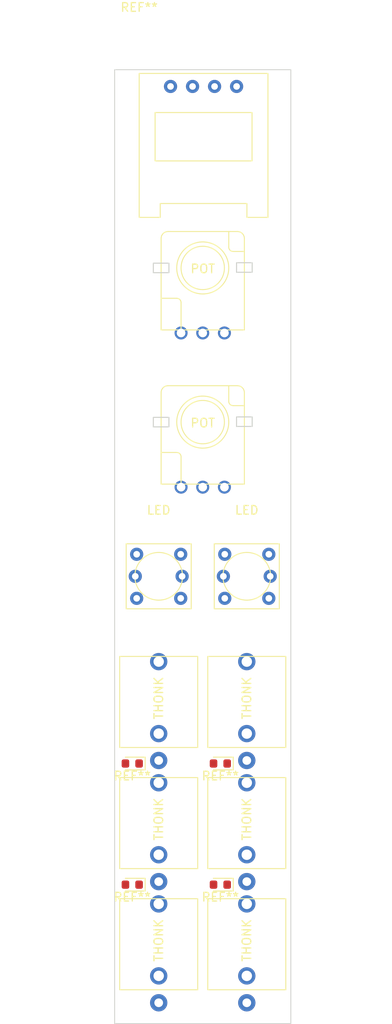
<source format=kicad_pcb>
(kicad_pcb (version 20221018) (generator pcbnew)
  (layers (0 "F.Cu" signal) (31 "B.Cu" signal) (34 "B.Paste" user) (35 "F.Paste" user) (36 "B.SilkS" user "B.Silkscreen") (37 "F.SilkS" user "F.Silkscreen") (38 "B.Mask" user) (39 "F.Mask" user) (44 "Edge.Cuts" user))
  (net 0 "")
  (footprint "LED_SMD:LED_0603_1608Metric" (layer "F.Cu") (at 12.192 93.98 180)
    (fp_text reference "REF**" (at 0 -1.43) (layer "F.SilkS"))
    (fp_text value "LED_0603_1608Metric")
    (fp_line (start -1.485 -0.735) (end -1.485 0.735) (stroke (width 0.12)) (layer "F.SilkS"))
    (fp_line (start -1.485 0.735) (end 0.8 0.735) (stroke (width 0.12)) (layer "F.SilkS"))
    (fp_line (start 0.8 -0.735) (end -1.485 -0.735) (stroke (width 0.12)) (layer "F.SilkS"))
    (pad "1" smd roundrect (at -0.7875 0 180) (size 0.875 0.95) (layers "F.Cu" "F.Paste" "F.Mask"))
    (pad "2" smd roundrect (at 0.7875 0 180) (size 0.875 0.95) (layers "F.Cu" "F.Paste" "F.Mask"))
  )
  (footprint "Eurorack:Thonkiconn Mono Jack" (layer "F.Cu") (at 15.24 87.63 90)
    (fp_text reference "THONK" (at 1.2 0 90 unlocked) (layer "F.SilkS"))
    (fp_text value "Thonkiconn Mono Jack")
    (fp_rect (start -4.5 4.5) (end 6 -4.5) (stroke (width 0.12)) (fill none) (layer "F.SilkS"))
    (pad "1" thru_hole circle (at -6 0 90) (size 2 2) (drill 1) (layers "*.Cu" "*.Mask"))
    (pad "2" thru_hole circle (at -2.9 0 90) (size 2 2) (drill 1.2) (layers "*.Cu" "*.Mask"))
    (pad "3" thru_hole circle (at 5.4 0 90) (size 2 2) (drill 1.2) (layers "*.Cu" "*.Mask"))
  )
  (footprint "Eurorack:Potentiometer 9mm Vertical Linear Centred" (layer "F.Cu") (at 10.16 40.64)
    (fp_text reference "POT" (at 0 0.1 unlocked) (layer "F.SilkS"))
    (fp_text value "Potentiometer 9mm Vertical Linear")
    (fp_line (start -4.8 7.15) (end -4.8 -3.4) (stroke (width 0.12)) (layer "F.SilkS"))
    (fp_line (start -3 3.5) (end -4.8 3.5) (stroke (width 0.12)) (layer "F.SilkS"))
    (fp_line (start -2.5 7.2) (end -2.5 4) (stroke (width 0.12)) (layer "F.SilkS"))
    (fp_line (start 3 -4.2) (end 3 -2.4) (stroke (width 0.12)) (layer "F.SilkS"))
    (fp_line (start 3.5 -1.9) (end 4.8 -1.9) (stroke (width 0.12)) (layer "F.SilkS"))
    (fp_line (start 4 -4.2) (end -4 -4.2) (stroke (width 0.12)) (layer "F.SilkS"))
    (fp_line (start 4.8 -3.4) (end 4.8 7.15) (stroke (width 0.12)) (layer "F.SilkS"))
    (fp_line (start 4.8 7.15) (end -4.8 7.15) (stroke (width 0.12)) (layer "F.SilkS"))
    (fp_arc (start -4.8 -3.4) (mid -4.565685 -3.965685) (end -4 -4.2) (stroke (width 0.12)) (layer "F.SilkS"))
    (fp_arc (start -3 3.5) (mid -2.646447 3.646447) (end -2.5 4) (stroke (width 0.12)) (layer "F.SilkS"))
    (fp_arc (start 3.5 -1.9) (mid 3.146447 -2.046447) (end 3 -2.4) (stroke (width 0.12)) (layer "F.SilkS"))
    (fp_arc (start 4 -4.2) (mid 4.565685 -3.965685) (end 4.8 -3.4) (stroke (width 0.12)) (layer "F.SilkS"))
    (fp_circle (center 0 0) (end 2.5 0) (stroke (width 0.12)) (fill none) (layer "F.SilkS"))
    (fp_circle (center 0 0) (end 3 0) (stroke (width 0.12)) (fill none) (layer "F.SilkS"))
    (fp_rect (start -5.7 0.55) (end -3.9 -0.55) (stroke (width 0.12)) (fill none) (layer "Edge.Cuts"))
    (fp_rect (start 3.9 0.5) (end 5.7 -0.6) (stroke (width 0.12)) (fill none) (layer "Edge.Cuts"))
    (pad "1" thru_hole circle (at -2.5 7.5) (size 1.5 1.5) (drill 1) (layers "*.Cu" "*.Mask"))
    (pad "2" thru_hole circle (at 0 7.5) (size 1.5 1.5) (drill 1) (layers "*.Cu" "*.Mask"))
    (pad "3" thru_hole circle (at 2.5 7.5) (size 1.5 1.5) (drill 1) (layers "*.Cu" "*.Mask"))
  )
  (footprint "Eurorack:Thonkiconn Mono Jack" (layer "F.Cu") (at 5.08 87.63 90)
    (fp_text reference "THONK" (at 1.2 0 90 unlocked) (layer "F.SilkS"))
    (fp_text value "Thonkiconn Mono Jack")
    (fp_rect (start -4.5 4.5) (end 6 -4.5) (stroke (width 0.12)) (fill none) (layer "F.SilkS"))
    (pad "1" thru_hole circle (at -6 0 90) (size 2 2) (drill 1) (layers "*.Cu" "*.Mask"))
    (pad "2" thru_hole circle (at -2.9 0 90) (size 2 2) (drill 1.2) (layers "*.Cu" "*.Mask"))
    (pad "3" thru_hole circle (at 5.4 0 90) (size 2 2) (drill 1.2) (layers "*.Cu" "*.Mask"))
  )
  (footprint "LED_SMD:LED_0603_1608Metric" (layer "F.Cu") (at 2.032 93.98 180)
    (fp_text reference "REF**" (at 0 -1.43) (layer "F.SilkS"))
    (fp_text value "LED_0603_1608Metric")
    (fp_line (start -1.485 -0.735) (end -1.485 0.735) (stroke (width 0.12)) (layer "F.SilkS"))
    (fp_line (start -1.485 0.735) (end 0.8 0.735) (stroke (width 0.12)) (layer "F.SilkS"))
    (fp_line (start 0.8 -0.735) (end -1.485 -0.735) (stroke (width 0.12)) (layer "F.SilkS"))
    (pad "1" smd roundrect (at -0.7875 0 180) (size 0.875 0.95) (layers "F.Cu" "F.Paste" "F.Mask"))
    (pad "2" smd roundrect (at 0.7875 0 180) (size 0.875 0.95) (layers "F.Cu" "F.Paste" "F.Mask"))
  )
  (footprint "Eurorack:MDOB064032AV-WI SSD1306 64x32 OLED" (layer "F.Cu") (at 2.83 0.431)
    (fp_text reference "REF**" (at 0 -7.62 unlocked) (layer "F.SilkS"))
    (fp_text value "MDOB064032AV-WI SSD1306 64x32 OLED")
    (fp_rect (start 1.835 4.51) (end 13.015 10.09) (stroke (width 0.12)) (fill none) (layer "F.SilkS"))
    (fp_poly (pts (xy 0 0) (xy 14.85 0) (xy 14.85 16.6) (xy 12.425 16.6) (xy 12.425 15) (xy 2.425 15) (xy 2.425 16.6) (xy 0 16.6)) (stroke (width 0.12)) (fill none) (layer "F.SilkS"))
    (pad "1" thru_hole circle (at 3.615 1.5) (size 1.524 1.524) (drill 0.762) (layers "*.Cu" "*.Mask"))
    (pad "2" thru_hole circle (at 6.155 1.5) (size 1.524 1.524) (drill 0.762) (layers "*.Cu" "*.Mask"))
    (pad "3" thru_hole circle (at 8.695 1.5) (size 1.524 1.524) (drill 0.762) (layers "*.Cu" "*.Mask"))
    (pad "4" thru_hole circle (at 11.235 1.5) (size 1.524 1.524) (drill 0.762) (layers "*.Cu" "*.Mask"))
  )
  (footprint "Eurorack:PB01-109TL low Profile Illuminated Button" (layer "F.Cu") (at 5.08 58.42)
    (fp_text reference "LED" (at 0 -7.62 unlocked) (layer "F.SilkS"))
    (fp_text value "PB01-109TL low Profile Illuminated Button")
    (fp_rect (start -3.75 -3.75) (end 3.75 3.75) (stroke (width 0.12)) (fill none) (layer "F.SilkS"))
    (fp_circle (center 0 0) (end 2.75 0) (stroke (width 0.12)) (fill none) (layer "F.SilkS"))
    (pad "1" thru_hole circle (at -2.54 -2.54) (size 1.524 1.524) (drill 0.762) (layers "*.Cu" "*.Mask"))
    (pad "2" thru_hole circle (at -2.54 2.54) (size 1.524 1.524) (drill 0.762) (layers "*.Cu" "*.Mask"))
    (pad "3" thru_hole circle (at 2.54 -2.54) (size 1.524 1.524) (drill 0.762) (layers "*.Cu" "*.Mask"))
    (pad "4" thru_hole circle (at 2.54 2.54) (size 1.524 1.524) (drill 0.762) (layers "*.Cu" "*.Mask"))
    (pad "L1" thru_hole circle (at -2.7 0) (size 1.524 1.524) (drill 0.762) (layers "*.Cu" "*.Mask"))
    (pad "L2" thru_hole circle (at 2.7 0) (size 1.524 1.524) (drill 0.762) (layers "*.Cu" "*.Mask"))
  )
  (footprint "Eurorack:PB01-109TL low Profile Illuminated Button" (layer "F.Cu") (at 15.24 58.42)
    (fp_text reference "LED" (at 0 -7.62 unlocked) (layer "F.SilkS"))
    (fp_text value "PB01-109TL low Profile Illuminated Button")
    (fp_rect (start -3.75 -3.75) (end 3.75 3.75) (stroke (width 0.12)) (fill none) (layer "F.SilkS"))
    (fp_circle (center 0 0) (end 2.75 0) (stroke (width 0.12)) (fill none) (layer "F.SilkS"))
    (pad "1" thru_hole circle (at -2.54 -2.54) (size 1.524 1.524) (drill 0.762) (layers "*.Cu" "*.Mask"))
    (pad "2" thru_hole circle (at -2.54 2.54) (size 1.524 1.524) (drill 0.762) (layers "*.Cu" "*.Mask"))
    (pad "3" thru_hole circle (at 2.54 -2.54) (size 1.524 1.524) (drill 0.762) (layers "*.Cu" "*.Mask"))
    (pad "4" thru_hole circle (at 2.54 2.54) (size 1.524 1.524) (drill 0.762) (layers "*.Cu" "*.Mask"))
    (pad "L1" thru_hole circle (at -2.7 0) (size 1.524 1.524) (drill 0.762) (layers "*.Cu" "*.Mask"))
    (pad "L2" thru_hole circle (at 2.7 0) (size 1.524 1.524) (drill 0.762) (layers "*.Cu" "*.Mask"))
  )
  (footprint "Eurorack:Thonkiconn Mono Jack" (layer "F.Cu") (at 15.24 101.6 90)
    (fp_text reference "THONK" (at 1.2 0 90 unlocked) (layer "F.SilkS"))
    (fp_text value "Thonkiconn Mono Jack")
    (fp_rect (start -4.5 4.5) (end 6 -4.5) (stroke (width 0.12)) (fill none) (layer "F.SilkS"))
    (pad "1" thru_hole circle (at -6 0 90) (size 2 2) (drill 1) (layers "*.Cu" "*.Mask"))
    (pad "2" thru_hole circle (at -2.9 0 90) (size 2 2) (drill 1.2) (layers "*.Cu" "*.Mask"))
    (pad "3" thru_hole circle (at 5.4 0 90) (size 2 2) (drill 1.2) (layers "*.Cu" "*.Mask"))
  )
  (footprint "LED_SMD:LED_0603_1608Metric" (layer "F.Cu") (at 12.192 80.01 180)
    (fp_text reference "REF**" (at 0 -1.43) (layer "F.SilkS"))
    (fp_text value "LED_0603_1608Metric")
    (fp_line (start -1.485 -0.735) (end -1.485 0.735) (stroke (width 0.12)) (layer "F.SilkS"))
    (fp_line (start -1.485 0.735) (end 0.8 0.735) (stroke (width 0.12)) (layer "F.SilkS"))
    (fp_line (start 0.8 -0.735) (end -1.485 -0.735) (stroke (width 0.12)) (layer "F.SilkS"))
    (pad "1" smd roundrect (at -0.7875 0 180) (size 0.875 0.95) (layers "F.Cu" "F.Paste" "F.Mask"))
    (pad "2" smd roundrect (at 0.7875 0 180) (size 0.875 0.95) (layers "F.Cu" "F.Paste" "F.Mask"))
  )
  (footprint "LED_SMD:LED_0603_1608Metric" (layer "F.Cu") (at 2.032 80.01 180)
    (fp_text reference "REF**" (at 0 -1.43) (layer "F.SilkS"))
    (fp_text value "LED_0603_1608Metric")
    (fp_line (start -1.485 -0.735) (end -1.485 0.735) (stroke (width 0.12)) (layer "F.SilkS"))
    (fp_line (start -1.485 0.735) (end 0.8 0.735) (stroke (width 0.12)) (layer "F.SilkS"))
    (fp_line (start 0.8 -0.735) (end -1.485 -0.735) (stroke (width 0.12)) (layer "F.SilkS"))
    (pad "1" smd roundrect (at -0.7875 0 180) (size 0.875 0.95) (layers "F.Cu" "F.Paste" "F.Mask"))
    (pad "2" smd roundrect (at 0.7875 0 180) (size 0.875 0.95) (layers "F.Cu" "F.Paste" "F.Mask"))
  )
  (footprint "Eurorack:Thonkiconn Mono Jack" (layer "F.Cu") (at 5.08 101.6 90)
    (fp_text reference "THONK" (at 1.2 0 90 unlocked) (layer "F.SilkS"))
    (fp_text value "Thonkiconn Mono Jack")
    (fp_rect (start -4.5 4.5) (end 6 -4.5) (stroke (width 0.12)) (fill none) (layer "F.SilkS"))
    (pad "1" thru_hole circle (at -6 0 90) (size 2 2) (drill 1) (layers "*.Cu" "*.Mask"))
    (pad "2" thru_hole circle (at -2.9 0 90) (size 2 2) (drill 1.2) (layers "*.Cu" "*.Mask"))
    (pad "3" thru_hole circle (at 5.4 0 90) (size 2 2) (drill 1.2) (layers "*.Cu" "*.Mask"))
  )
  (footprint "Eurorack:Potentiometer 9mm Vertical Linear Centred" (layer "F.Cu") (at 10.16 22.86)
    (fp_text reference "POT" (at 0 0.1 unlocked) (layer "F.SilkS"))
    (fp_text value "Potentiometer 9mm Vertical Linear")
    (fp_line (start -4.8 7.15) (end -4.8 -3.4) (stroke (width 0.12)) (layer "F.SilkS"))
    (fp_line (start -3 3.5) (end -4.8 3.5) (stroke (width 0.12)) (layer "F.SilkS"))
    (fp_line (start -2.5 7.2) (end -2.5 4) (stroke (width 0.12)) (layer "F.SilkS"))
    (fp_line (start 3 -4.2) (end 3 -2.4) (stroke (width 0.12)) (layer "F.SilkS"))
    (fp_line (start 3.5 -1.9) (end 4.8 -1.9) (stroke (width 0.12)) (layer "F.SilkS"))
    (fp_line (start 4 -4.2) (end -4 -4.2) (stroke (width 0.12)) (layer "F.SilkS"))
    (fp_line (start 4.8 -3.4) (end 4.8 7.15) (stroke (width 0.12)) (layer "F.SilkS"))
    (fp_line (start 4.8 7.15) (end -4.8 7.15) (stroke (width 0.12)) (layer "F.SilkS"))
    (fp_arc (start -4.8 -3.4) (mid -4.565685 -3.965685) (end -4 -4.2) (stroke (width 0.12)) (layer "F.SilkS"))
    (fp_arc (start -3 3.5) (mid -2.646447 3.646447) (end -2.5 4) (stroke (width 0.12)) (layer "F.SilkS"))
    (fp_arc (start 3.5 -1.9) (mid 3.146447 -2.046447) (end 3 -2.4) (stroke (width 0.12)) (layer "F.SilkS"))
    (fp_arc (start 4 -4.2) (mid 4.565685 -3.965685) (end 4.8 -3.4) (stroke (width 0.12)) (layer "F.SilkS"))
    (fp_circle (center 0 0) (end 2.5 0) (stroke (width 0.12)) (fill none) (layer "F.SilkS"))
    (fp_circle (center 0 0) (end 3 0) (stroke (width 0.12)) (fill none) (layer "F.SilkS"))
    (fp_rect (start -5.7 0.55) (end -3.9 -0.55) (stroke (width 0.12)) (fill none) (layer "Edge.Cuts"))
    (fp_rect (start 3.9 0.5) (end 5.7 -0.6) (stroke (width 0.12)) (fill none) (layer "Edge.Cuts"))
    (pad "1" thru_hole circle (at -2.5 7.5) (size 1.5 1.5) (drill 1) (layers "*.Cu" "*.Mask"))
    (pad "2" thru_hole circle (at 0 7.5) (size 1.5 1.5) (drill 1) (layers "*.Cu" "*.Mask"))
    (pad "3" thru_hole circle (at 2.5 7.5) (size 1.5 1.5) (drill 1) (layers "*.Cu" "*.Mask"))
  )
  (footprint "Eurorack:Thonkiconn Mono Jack" (layer "F.Cu") (at 5.08 73.66 90)
    (fp_text reference "THONK" (at 1.2 0 90 unlocked) (layer "F.SilkS"))
    (fp_text value "Thonkiconn Mono Jack")
    (fp_rect (start -4.5 4.5) (end 6 -4.5) (stroke (width 0.12)) (fill none) (layer "F.SilkS"))
    (pad "1" thru_hole circle (at -6 0 90) (size 2 2) (drill 1) (layers "*.Cu" "*.Mask"))
    (pad "2" thru_hole circle (at -2.9 0 90) (size 2 2) (drill 1.2) (layers "*.Cu" "*.Mask"))
    (pad "3" thru_hole circle (at 5.4 0 90) (size 2 2) (drill 1.2) (layers "*.Cu" "*.Mask"))
  )
  (footprint "Eurorack:Thonkiconn Mono Jack" (layer "F.Cu") (at 15.24 73.66 90)
    (fp_text reference "THONK" (at 1.2 0 90 unlocked) (layer "F.SilkS"))
    (fp_text value "Thonkiconn Mono Jack")
    (fp_rect (start -4.5 4.5) (end 6 -4.5) (stroke (width 0.12)) (fill none) (layer "F.SilkS"))
    (pad "1" thru_hole circle (at -6 0 90) (size 2 2) (drill 1) (layers "*.Cu" "*.Mask"))
    (pad "2" thru_hole circle (at -2.9 0 90) (size 2 2) (drill 1.2) (layers "*.Cu" "*.Mask"))
    (pad "3" thru_hole circle (at 5.4 0 90) (size 2 2) (drill 1.2) (layers "*.Cu" "*.Mask"))
  )
  (gr_rect (start 0 0) (end 20.32 110) (stroke (width 0.1)) (fill none) (layer "Edge.Cuts"))
)
</source>
